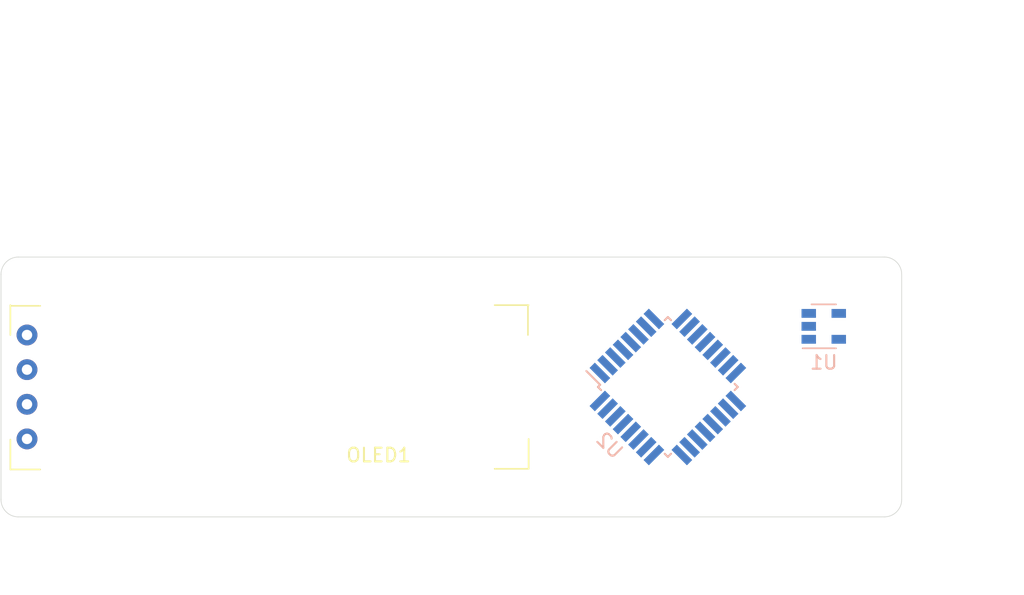
<source format=kicad_pcb>
(kicad_pcb (version 20171130) (host pcbnew "(5.1.10)-1")

  (general
    (thickness 1.6)
    (drawings 11)
    (tracks 0)
    (zones 0)
    (modules 3)
    (nets 39)
  )

  (page USLetter)
  (layers
    (0 F.Cu signal)
    (31 B.Cu signal)
    (32 B.Adhes user)
    (33 F.Adhes user)
    (34 B.Paste user)
    (35 F.Paste user)
    (36 B.SilkS user)
    (37 F.SilkS user)
    (38 B.Mask user)
    (39 F.Mask user)
    (40 Dwgs.User user)
    (41 Cmts.User user)
    (42 Eco1.User user)
    (43 Eco2.User user)
    (44 Edge.Cuts user)
    (45 Margin user)
    (46 B.CrtYd user)
    (47 F.CrtYd user)
    (48 B.Fab user hide)
    (49 F.Fab user hide)
  )

  (setup
    (last_trace_width 0.25)
    (trace_clearance 0.2)
    (zone_clearance 0.508)
    (zone_45_only no)
    (trace_min 0.2)
    (via_size 0.8)
    (via_drill 0.4)
    (via_min_size 0.4)
    (via_min_drill 0.3)
    (uvia_size 0.3)
    (uvia_drill 0.1)
    (uvias_allowed no)
    (uvia_min_size 0.2)
    (uvia_min_drill 0.1)
    (edge_width 0.05)
    (segment_width 0.2)
    (pcb_text_width 0.3)
    (pcb_text_size 1.5 1.5)
    (mod_edge_width 0.12)
    (mod_text_size 1 1)
    (mod_text_width 0.15)
    (pad_size 1.524 1.524)
    (pad_drill 0.762)
    (pad_to_mask_clearance 0)
    (aux_axis_origin 0 0)
    (visible_elements 7FFFFFFF)
    (pcbplotparams
      (layerselection 0x010fc_ffffffff)
      (usegerberextensions false)
      (usegerberattributes true)
      (usegerberadvancedattributes true)
      (creategerberjobfile true)
      (excludeedgelayer true)
      (linewidth 0.100000)
      (plotframeref false)
      (viasonmask false)
      (mode 1)
      (useauxorigin false)
      (hpglpennumber 1)
      (hpglpenspeed 20)
      (hpglpendiameter 15.000000)
      (psnegative false)
      (psa4output false)
      (plotreference true)
      (plotvalue true)
      (plotinvisibletext false)
      (padsonsilk false)
      (subtractmaskfromsilk false)
      (outputformat 1)
      (mirror false)
      (drillshape 1)
      (scaleselection 1)
      (outputdirectory ""))
  )

  (net 0 "")
  (net 1 "Net-(OLED1-Pad4)")
  (net 2 "Net-(OLED1-Pad3)")
  (net 3 "Net-(OLED1-Pad2)")
  (net 4 "Net-(OLED1-Pad1)")
  (net 5 +BATT)
  (net 6 GND)
  (net 7 "Net-(U1-Pad4)")
  (net 8 "Net-(U1-Pad3)")
  (net 9 VCC)
  (net 10 "Net-(U2-Pad32)")
  (net 11 "Net-(U2-Pad31)")
  (net 12 "Net-(U2-Pad30)")
  (net 13 "Net-(U2-Pad29)")
  (net 14 "Net-(U2-Pad28)")
  (net 15 "Net-(U2-Pad27)")
  (net 16 "Net-(U2-Pad26)")
  (net 17 "Net-(U2-Pad25)")
  (net 18 "Net-(U2-Pad24)")
  (net 19 "Net-(U2-Pad23)")
  (net 20 "Net-(U2-Pad22)")
  (net 21 "Net-(U2-Pad21)")
  (net 22 "Net-(U2-Pad20)")
  (net 23 "Net-(U2-Pad19)")
  (net 24 "Net-(U2-Pad18)")
  (net 25 "Net-(U2-Pad17)")
  (net 26 "Net-(U2-Pad16)")
  (net 27 "Net-(U2-Pad15)")
  (net 28 "Net-(U2-Pad14)")
  (net 29 "Net-(U2-Pad13)")
  (net 30 "Net-(U2-Pad12)")
  (net 31 "Net-(U2-Pad11)")
  (net 32 "Net-(U2-Pad10)")
  (net 33 "Net-(U2-Pad9)")
  (net 34 "Net-(U2-Pad8)")
  (net 35 "Net-(U2-Pad7)")
  (net 36 "Net-(U2-Pad4)")
  (net 37 "Net-(U2-Pad2)")
  (net 38 "Net-(U2-Pad1)")

  (net_class Default "This is the default net class."
    (clearance 0.2)
    (trace_width 0.25)
    (via_dia 0.8)
    (via_drill 0.4)
    (uvia_dia 0.3)
    (uvia_drill 0.1)
    (add_net +BATT)
    (add_net GND)
    (add_net "Net-(OLED1-Pad1)")
    (add_net "Net-(OLED1-Pad2)")
    (add_net "Net-(OLED1-Pad3)")
    (add_net "Net-(OLED1-Pad4)")
    (add_net "Net-(U1-Pad3)")
    (add_net "Net-(U1-Pad4)")
    (add_net "Net-(U2-Pad1)")
    (add_net "Net-(U2-Pad10)")
    (add_net "Net-(U2-Pad11)")
    (add_net "Net-(U2-Pad12)")
    (add_net "Net-(U2-Pad13)")
    (add_net "Net-(U2-Pad14)")
    (add_net "Net-(U2-Pad15)")
    (add_net "Net-(U2-Pad16)")
    (add_net "Net-(U2-Pad17)")
    (add_net "Net-(U2-Pad18)")
    (add_net "Net-(U2-Pad19)")
    (add_net "Net-(U2-Pad2)")
    (add_net "Net-(U2-Pad20)")
    (add_net "Net-(U2-Pad21)")
    (add_net "Net-(U2-Pad22)")
    (add_net "Net-(U2-Pad23)")
    (add_net "Net-(U2-Pad24)")
    (add_net "Net-(U2-Pad25)")
    (add_net "Net-(U2-Pad26)")
    (add_net "Net-(U2-Pad27)")
    (add_net "Net-(U2-Pad28)")
    (add_net "Net-(U2-Pad29)")
    (add_net "Net-(U2-Pad30)")
    (add_net "Net-(U2-Pad31)")
    (add_net "Net-(U2-Pad32)")
    (add_net "Net-(U2-Pad4)")
    (add_net "Net-(U2-Pad7)")
    (add_net "Net-(U2-Pad8)")
    (add_net "Net-(U2-Pad9)")
    (add_net VCC)
  )

  (module Package_QFP:TQFP-32_7x7mm_P0.8mm (layer B.Cu) (tedit 5A02F146) (tstamp 61A8EF72)
    (at 200.66 95.25 315)
    (descr "32-Lead Plastic Thin Quad Flatpack (PT) - 7x7x1.0 mm Body, 2.00 mm [TQFP] (see Microchip Packaging Specification 00000049BS.pdf)")
    (tags "QFP 0.8")
    (path /61A9199E)
    (attr smd)
    (fp_text reference U2 (at 0 6.05 135) (layer B.SilkS)
      (effects (font (size 1 1) (thickness 0.15)) (justify mirror))
    )
    (fp_text value ATmega328P-AU (at 0 -6.05 135) (layer B.Fab)
      (effects (font (size 1 1) (thickness 0.15)) (justify mirror))
    )
    (fp_text user %R (at 0 0 135) (layer B.Fab)
      (effects (font (size 1 1) (thickness 0.15)) (justify mirror))
    )
    (fp_line (start -2.5 3.5) (end 3.5 3.5) (layer B.Fab) (width 0.15))
    (fp_line (start 3.5 3.5) (end 3.5 -3.5) (layer B.Fab) (width 0.15))
    (fp_line (start 3.5 -3.5) (end -3.5 -3.5) (layer B.Fab) (width 0.15))
    (fp_line (start -3.5 -3.5) (end -3.5 2.5) (layer B.Fab) (width 0.15))
    (fp_line (start -3.5 2.5) (end -2.5 3.5) (layer B.Fab) (width 0.15))
    (fp_line (start -5.3 5.3) (end -5.3 -5.3) (layer B.CrtYd) (width 0.05))
    (fp_line (start 5.3 5.3) (end 5.3 -5.3) (layer B.CrtYd) (width 0.05))
    (fp_line (start -5.3 5.3) (end 5.3 5.3) (layer B.CrtYd) (width 0.05))
    (fp_line (start -5.3 -5.3) (end 5.3 -5.3) (layer B.CrtYd) (width 0.05))
    (fp_line (start -3.625 3.625) (end -3.625 3.4) (layer B.SilkS) (width 0.15))
    (fp_line (start 3.625 3.625) (end 3.625 3.3) (layer B.SilkS) (width 0.15))
    (fp_line (start 3.625 -3.625) (end 3.625 -3.3) (layer B.SilkS) (width 0.15))
    (fp_line (start -3.625 -3.625) (end -3.625 -3.3) (layer B.SilkS) (width 0.15))
    (fp_line (start -3.625 3.625) (end -3.3 3.625) (layer B.SilkS) (width 0.15))
    (fp_line (start -3.625 -3.625) (end -3.3 -3.625) (layer B.SilkS) (width 0.15))
    (fp_line (start 3.625 -3.625) (end 3.3 -3.625) (layer B.SilkS) (width 0.15))
    (fp_line (start 3.625 3.625) (end 3.3 3.625) (layer B.SilkS) (width 0.15))
    (fp_line (start -3.625 3.4) (end -5.05 3.4) (layer B.SilkS) (width 0.15))
    (pad 32 smd rect (at -2.8 4.25 225) (size 1.6 0.55) (layers B.Cu B.Paste B.Mask)
      (net 10 "Net-(U2-Pad32)"))
    (pad 31 smd rect (at -2 4.25 225) (size 1.6 0.55) (layers B.Cu B.Paste B.Mask)
      (net 11 "Net-(U2-Pad31)"))
    (pad 30 smd rect (at -1.2 4.25 225) (size 1.6 0.55) (layers B.Cu B.Paste B.Mask)
      (net 12 "Net-(U2-Pad30)"))
    (pad 29 smd rect (at -0.4 4.25 225) (size 1.6 0.55) (layers B.Cu B.Paste B.Mask)
      (net 13 "Net-(U2-Pad29)"))
    (pad 28 smd rect (at 0.4 4.25 225) (size 1.6 0.55) (layers B.Cu B.Paste B.Mask)
      (net 14 "Net-(U2-Pad28)"))
    (pad 27 smd rect (at 1.2 4.25 225) (size 1.6 0.55) (layers B.Cu B.Paste B.Mask)
      (net 15 "Net-(U2-Pad27)"))
    (pad 26 smd rect (at 2 4.25 225) (size 1.6 0.55) (layers B.Cu B.Paste B.Mask)
      (net 16 "Net-(U2-Pad26)"))
    (pad 25 smd rect (at 2.8 4.25 225) (size 1.6 0.55) (layers B.Cu B.Paste B.Mask)
      (net 17 "Net-(U2-Pad25)"))
    (pad 24 smd rect (at 4.25 2.8 315) (size 1.6 0.55) (layers B.Cu B.Paste B.Mask)
      (net 18 "Net-(U2-Pad24)"))
    (pad 23 smd rect (at 4.25 2 315) (size 1.6 0.55) (layers B.Cu B.Paste B.Mask)
      (net 19 "Net-(U2-Pad23)"))
    (pad 22 smd rect (at 4.25 1.2 315) (size 1.6 0.55) (layers B.Cu B.Paste B.Mask)
      (net 20 "Net-(U2-Pad22)"))
    (pad 21 smd rect (at 4.25 0.4 315) (size 1.6 0.55) (layers B.Cu B.Paste B.Mask)
      (net 21 "Net-(U2-Pad21)"))
    (pad 20 smd rect (at 4.25 -0.4 315) (size 1.6 0.55) (layers B.Cu B.Paste B.Mask)
      (net 22 "Net-(U2-Pad20)"))
    (pad 19 smd rect (at 4.25 -1.2 315) (size 1.6 0.55) (layers B.Cu B.Paste B.Mask)
      (net 23 "Net-(U2-Pad19)"))
    (pad 18 smd rect (at 4.25 -2 315) (size 1.6 0.55) (layers B.Cu B.Paste B.Mask)
      (net 24 "Net-(U2-Pad18)"))
    (pad 17 smd rect (at 4.25 -2.8 315) (size 1.6 0.55) (layers B.Cu B.Paste B.Mask)
      (net 25 "Net-(U2-Pad17)"))
    (pad 16 smd rect (at 2.8 -4.25 225) (size 1.6 0.55) (layers B.Cu B.Paste B.Mask)
      (net 26 "Net-(U2-Pad16)"))
    (pad 15 smd rect (at 2 -4.25 225) (size 1.6 0.55) (layers B.Cu B.Paste B.Mask)
      (net 27 "Net-(U2-Pad15)"))
    (pad 14 smd rect (at 1.2 -4.25 225) (size 1.6 0.55) (layers B.Cu B.Paste B.Mask)
      (net 28 "Net-(U2-Pad14)"))
    (pad 13 smd rect (at 0.4 -4.25 225) (size 1.6 0.55) (layers B.Cu B.Paste B.Mask)
      (net 29 "Net-(U2-Pad13)"))
    (pad 12 smd rect (at -0.4 -4.25 225) (size 1.6 0.55) (layers B.Cu B.Paste B.Mask)
      (net 30 "Net-(U2-Pad12)"))
    (pad 11 smd rect (at -1.2 -4.25 225) (size 1.6 0.55) (layers B.Cu B.Paste B.Mask)
      (net 31 "Net-(U2-Pad11)"))
    (pad 10 smd rect (at -2 -4.25 225) (size 1.6 0.55) (layers B.Cu B.Paste B.Mask)
      (net 32 "Net-(U2-Pad10)"))
    (pad 9 smd rect (at -2.8 -4.25 225) (size 1.6 0.55) (layers B.Cu B.Paste B.Mask)
      (net 33 "Net-(U2-Pad9)"))
    (pad 8 smd rect (at -4.25 -2.8 315) (size 1.6 0.55) (layers B.Cu B.Paste B.Mask)
      (net 34 "Net-(U2-Pad8)"))
    (pad 7 smd rect (at -4.25 -2 315) (size 1.6 0.55) (layers B.Cu B.Paste B.Mask)
      (net 35 "Net-(U2-Pad7)"))
    (pad 6 smd rect (at -4.25 -1.2 315) (size 1.6 0.55) (layers B.Cu B.Paste B.Mask)
      (net 36 "Net-(U2-Pad4)"))
    (pad 5 smd rect (at -4.25 -0.4 315) (size 1.6 0.55) (layers B.Cu B.Paste B.Mask)
      (net 21 "Net-(U2-Pad21)"))
    (pad 4 smd rect (at -4.25 0.4 315) (size 1.6 0.55) (layers B.Cu B.Paste B.Mask)
      (net 36 "Net-(U2-Pad4)"))
    (pad 3 smd rect (at -4.25 1.2 315) (size 1.6 0.55) (layers B.Cu B.Paste B.Mask)
      (net 21 "Net-(U2-Pad21)"))
    (pad 2 smd rect (at -4.25 2 315) (size 1.6 0.55) (layers B.Cu B.Paste B.Mask)
      (net 37 "Net-(U2-Pad2)"))
    (pad 1 smd rect (at -4.25 2.8 315) (size 1.6 0.55) (layers B.Cu B.Paste B.Mask)
      (net 38 "Net-(U2-Pad1)"))
    (model ${KISYS3DMOD}/Package_QFP.3dshapes/TQFP-32_7x7mm_P0.8mm.wrl
      (at (xyz 0 0 0))
      (scale (xyz 1 1 1))
      (rotate (xyz 0 0 0))
    )
  )

  (module CpE_Integrated_Circuits:CpE-3004_LP2985_LDO_1v8 (layer B.Cu) (tedit 619BE3D7) (tstamp 619C41EF)
    (at 212.09 90.805)
    (path /619BE36A)
    (fp_text reference U1 (at 0 2.65) (layer B.SilkS)
      (effects (font (size 1 1) (thickness 0.15)) (justify mirror))
    )
    (fp_text value CpE-3004_LP2985_LDO_1v8 (at 0 -2.7) (layer B.Fab) hide
      (effects (font (size 1 1) (thickness 0.15)) (justify mirror))
    )
    (fp_line (start -0.9 0.9) (end -0.25 1.55) (layer B.Fab) (width 0.1))
    (fp_line (start -1.9 -1.8) (end -1.9 1.8) (layer B.CrtYd) (width 0.05))
    (fp_line (start -0.9 0.9) (end -0.9 -1.55) (layer B.Fab) (width 0.1))
    (fp_line (start 1.9 -1.8) (end -1.9 -1.8) (layer B.CrtYd) (width 0.05))
    (fp_line (start 0.9 1.55) (end 0.9 -1.55) (layer B.Fab) (width 0.1))
    (fp_line (start 0.9 1.61) (end -1.55 1.61) (layer B.SilkS) (width 0.12))
    (fp_line (start -0.9 -1.61) (end 0.9 -1.61) (layer B.SilkS) (width 0.12))
    (fp_line (start 0.9 -1.55) (end -0.9 -1.55) (layer B.Fab) (width 0.1))
    (fp_line (start -1.9 1.8) (end 1.9 1.8) (layer B.CrtYd) (width 0.05))
    (fp_line (start 1.9 1.8) (end 1.9 -1.8) (layer B.CrtYd) (width 0.05))
    (fp_line (start 0.9 1.55) (end -0.25 1.55) (layer B.Fab) (width 0.1))
    (pad 1 smd rect (at -1.1 0.95) (size 1.06 0.65) (layers B.Cu B.Paste B.Mask)
      (net 5 +BATT))
    (pad 2 smd rect (at -1.1 0) (size 1.06 0.65) (layers B.Cu B.Paste B.Mask)
      (net 6 GND))
    (pad 4 smd rect (at 1.1 -0.95) (size 1.06 0.65) (layers B.Cu B.Paste B.Mask)
      (net 7 "Net-(U1-Pad4)"))
    (pad 3 smd rect (at -1.1 -0.95) (size 1.06 0.65) (layers B.Cu B.Paste B.Mask)
      (net 8 "Net-(U1-Pad3)"))
    (pad 5 smd rect (at 1.1 0.95) (size 1.06 0.65) (layers B.Cu B.Paste B.Mask)
      (net 9 VCC))
  )

  (module CpE_Opto_Electronics:3005_OLED_I2C_128x32 (layer F.Cu) (tedit 619BE2D5) (tstamp 61A8ECDD)
    (at 153.67 95.25 180)
    (path /619C1A31)
    (fp_text reference OLED1 (at -25.78 -5) (layer F.SilkS)
      (effects (font (size 1 1) (thickness 0.15)))
    )
    (fp_text value CpE-3005_OLED_I2C_128x32 (at 0 -0.5) (layer F.Fab) hide
      (effects (font (size 1 1) (thickness 0.15)))
    )
    (fp_line (start 1.22 3.81) (end 1.22 6) (layer F.SilkS) (width 0.12))
    (fp_line (start -34.29 6) (end -36.78 6) (layer F.SilkS) (width 0.12))
    (fp_line (start -36.78 -3.81) (end -36.78 -6) (layer F.SilkS) (width 0.12))
    (fp_line (start -34.29 -6) (end -36.78 -6) (layer F.SilkS) (width 0.12))
    (fp_line (start -36.73 6) (end -36.73 3.81) (layer F.SilkS) (width 0.12))
    (fp_line (start 1.22 5.95) (end -0.97 5.95) (layer F.SilkS) (width 0.12))
    (fp_line (start 1.22 -6.05) (end -0.97 -6.05) (layer F.SilkS) (width 0.12))
    (fp_line (start 1.22 -6.05) (end 1.22 -3.86) (layer F.SilkS) (width 0.12))
    (fp_line (start 1 -5.8) (end 1 5.7) (layer F.CrtYd) (width 0.12))
    (fp_line (start 1 5.7) (end -36.4 5.7) (layer F.CrtYd) (width 0.12))
    (fp_line (start -36.4 5.7) (end -36.4 -5.8) (layer F.CrtYd) (width 0.12))
    (fp_line (start -36.4 -5.8) (end 1 -5.8) (layer F.CrtYd) (width 0.12))
    (pad 4 thru_hole circle (at 0 3.81 180) (size 1.524 1.524) (drill 0.762) (layers *.Cu *.Mask)
      (net 1 "Net-(OLED1-Pad4)"))
    (pad 3 thru_hole circle (at 0 1.27 180) (size 1.524 1.524) (drill 0.762) (layers *.Cu *.Mask)
      (net 2 "Net-(OLED1-Pad3)"))
    (pad 2 thru_hole circle (at 0 -1.27 180) (size 1.524 1.524) (drill 0.762) (layers *.Cu *.Mask)
      (net 3 "Net-(OLED1-Pad2)"))
    (pad 1 thru_hole circle (at 0 -3.81 180) (size 1.524 1.524) (drill 0.762) (layers *.Cu *.Mask)
      (net 4 "Net-(OLED1-Pad1)"))
  )

  (gr_text "> Connectors for battery, charger, pump, solenoid, and keypad\n> How does PCB mount into enclosure?\n> " (at 152.4 70.485) (layer Cmts.User)
    (effects (font (size 1.524 1.524) (thickness 0.15)) (justify left))
  )
  (dimension 66.04 (width 0.15) (layer Dwgs.User)
    (gr_text "2.6000 in" (at 184.785 111.155) (layer Dwgs.User)
      (effects (font (size 1 1) (thickness 0.15)))
    )
    (feature1 (pts (xy 151.765 102.235) (xy 151.765 110.441421)))
    (feature2 (pts (xy 217.805 102.235) (xy 217.805 110.441421)))
    (crossbar (pts (xy 217.805 109.855) (xy 151.765 109.855)))
    (arrow1a (pts (xy 151.765 109.855) (xy 152.891504 109.268579)))
    (arrow1b (pts (xy 151.765 109.855) (xy 152.891504 110.441421)))
    (arrow2a (pts (xy 217.805 109.855) (xy 216.678496 109.268579)))
    (arrow2b (pts (xy 217.805 109.855) (xy 216.678496 110.441421)))
  )
  (dimension 19.05 (width 0.15) (layer Dwgs.User)
    (gr_text "0.7500 in" (at 224.82 95.25 90) (layer Dwgs.User)
      (effects (font (size 1 1) (thickness 0.15)))
    )
    (feature1 (pts (xy 211.455 85.725) (xy 224.106421 85.725)))
    (feature2 (pts (xy 211.455 104.775) (xy 224.106421 104.775)))
    (crossbar (pts (xy 223.52 104.775) (xy 223.52 85.725)))
    (arrow1a (pts (xy 223.52 85.725) (xy 224.106421 86.851504)))
    (arrow1b (pts (xy 223.52 85.725) (xy 222.933579 86.851504)))
    (arrow2a (pts (xy 223.52 104.775) (xy 224.106421 103.648496)))
    (arrow2b (pts (xy 223.52 104.775) (xy 222.933579 103.648496)))
  )
  (gr_arc (start 216.535 86.995) (end 217.805 86.995) (angle -90) (layer Edge.Cuts) (width 0.05))
  (gr_arc (start 216.535 103.505) (end 216.535 104.775) (angle -90) (layer Edge.Cuts) (width 0.05))
  (gr_arc (start 153.035 103.505) (end 151.765 103.505) (angle -90) (layer Edge.Cuts) (width 0.05))
  (gr_arc (start 153.035 86.995) (end 153.035 85.725) (angle -90) (layer Edge.Cuts) (width 0.05))
  (gr_line (start 216.535 85.725) (end 153.035 85.725) (layer Edge.Cuts) (width 0.05) (tstamp 61A8EC1C))
  (gr_line (start 217.805 103.505) (end 217.805 86.995) (layer Edge.Cuts) (width 0.05))
  (gr_line (start 153.035 104.775) (end 216.535 104.775) (layer Edge.Cuts) (width 0.05))
  (gr_line (start 151.765 86.995) (end 151.765 103.505) (layer Edge.Cuts) (width 0.05))

)

</source>
